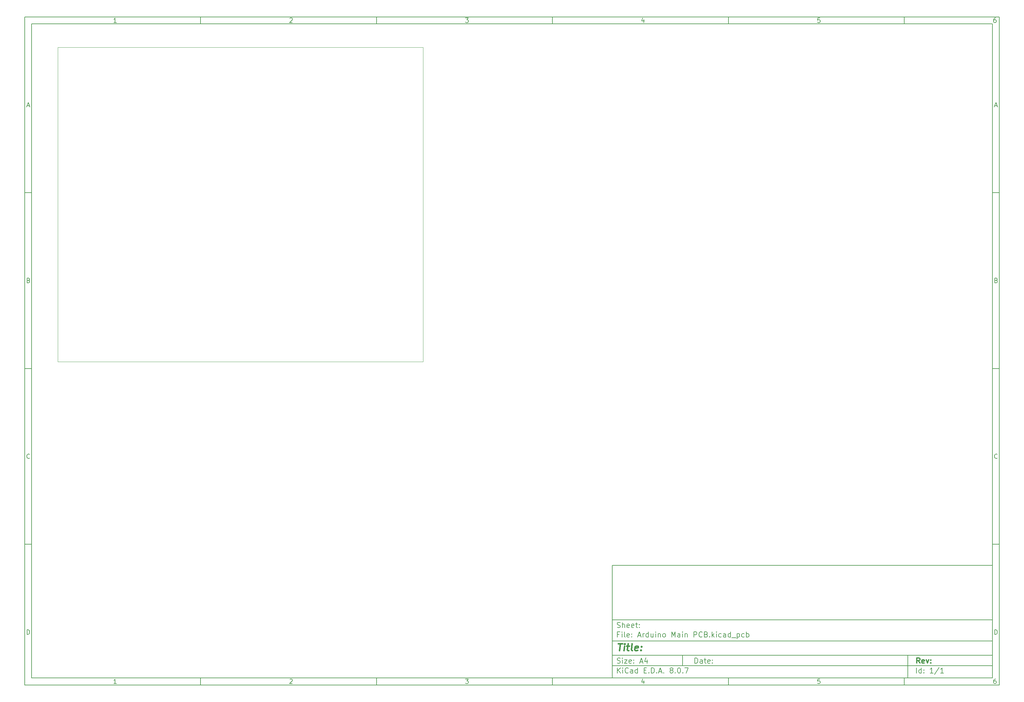
<source format=gbr>
%TF.GenerationSoftware,KiCad,Pcbnew,8.0.7*%
%TF.CreationDate,2025-01-10T14:26:24+01:00*%
%TF.ProjectId,Arduino Main PCB,41726475-696e-46f2-904d-61696e205043,rev?*%
%TF.SameCoordinates,Original*%
%TF.FileFunction,Profile,NP*%
%FSLAX46Y46*%
G04 Gerber Fmt 4.6, Leading zero omitted, Abs format (unit mm)*
G04 Created by KiCad (PCBNEW 8.0.7) date 2025-01-10 14:26:24*
%MOMM*%
%LPD*%
G01*
G04 APERTURE LIST*
%ADD10C,0.100000*%
%ADD11C,0.150000*%
%ADD12C,0.300000*%
%ADD13C,0.400000*%
%TA.AperFunction,Profile*%
%ADD14C,0.050000*%
%TD*%
G04 APERTURE END LIST*
D10*
D11*
X177002200Y-166007200D02*
X285002200Y-166007200D01*
X285002200Y-198007200D01*
X177002200Y-198007200D01*
X177002200Y-166007200D01*
D10*
D11*
X10000000Y-10000000D02*
X287002200Y-10000000D01*
X287002200Y-200007200D01*
X10000000Y-200007200D01*
X10000000Y-10000000D01*
D10*
D11*
X12000000Y-12000000D02*
X285002200Y-12000000D01*
X285002200Y-198007200D01*
X12000000Y-198007200D01*
X12000000Y-12000000D01*
D10*
D11*
X60000000Y-12000000D02*
X60000000Y-10000000D01*
D10*
D11*
X110000000Y-12000000D02*
X110000000Y-10000000D01*
D10*
D11*
X160000000Y-12000000D02*
X160000000Y-10000000D01*
D10*
D11*
X210000000Y-12000000D02*
X210000000Y-10000000D01*
D10*
D11*
X260000000Y-12000000D02*
X260000000Y-10000000D01*
D10*
D11*
X36089160Y-11593604D02*
X35346303Y-11593604D01*
X35717731Y-11593604D02*
X35717731Y-10293604D01*
X35717731Y-10293604D02*
X35593922Y-10479319D01*
X35593922Y-10479319D02*
X35470112Y-10603128D01*
X35470112Y-10603128D02*
X35346303Y-10665033D01*
D10*
D11*
X85346303Y-10417414D02*
X85408207Y-10355509D01*
X85408207Y-10355509D02*
X85532017Y-10293604D01*
X85532017Y-10293604D02*
X85841541Y-10293604D01*
X85841541Y-10293604D02*
X85965350Y-10355509D01*
X85965350Y-10355509D02*
X86027255Y-10417414D01*
X86027255Y-10417414D02*
X86089160Y-10541223D01*
X86089160Y-10541223D02*
X86089160Y-10665033D01*
X86089160Y-10665033D02*
X86027255Y-10850747D01*
X86027255Y-10850747D02*
X85284398Y-11593604D01*
X85284398Y-11593604D02*
X86089160Y-11593604D01*
D10*
D11*
X135284398Y-10293604D02*
X136089160Y-10293604D01*
X136089160Y-10293604D02*
X135655826Y-10788842D01*
X135655826Y-10788842D02*
X135841541Y-10788842D01*
X135841541Y-10788842D02*
X135965350Y-10850747D01*
X135965350Y-10850747D02*
X136027255Y-10912652D01*
X136027255Y-10912652D02*
X136089160Y-11036461D01*
X136089160Y-11036461D02*
X136089160Y-11345985D01*
X136089160Y-11345985D02*
X136027255Y-11469795D01*
X136027255Y-11469795D02*
X135965350Y-11531700D01*
X135965350Y-11531700D02*
X135841541Y-11593604D01*
X135841541Y-11593604D02*
X135470112Y-11593604D01*
X135470112Y-11593604D02*
X135346303Y-11531700D01*
X135346303Y-11531700D02*
X135284398Y-11469795D01*
D10*
D11*
X185965350Y-10726938D02*
X185965350Y-11593604D01*
X185655826Y-10231700D02*
X185346303Y-11160271D01*
X185346303Y-11160271D02*
X186151064Y-11160271D01*
D10*
D11*
X236027255Y-10293604D02*
X235408207Y-10293604D01*
X235408207Y-10293604D02*
X235346303Y-10912652D01*
X235346303Y-10912652D02*
X235408207Y-10850747D01*
X235408207Y-10850747D02*
X235532017Y-10788842D01*
X235532017Y-10788842D02*
X235841541Y-10788842D01*
X235841541Y-10788842D02*
X235965350Y-10850747D01*
X235965350Y-10850747D02*
X236027255Y-10912652D01*
X236027255Y-10912652D02*
X236089160Y-11036461D01*
X236089160Y-11036461D02*
X236089160Y-11345985D01*
X236089160Y-11345985D02*
X236027255Y-11469795D01*
X236027255Y-11469795D02*
X235965350Y-11531700D01*
X235965350Y-11531700D02*
X235841541Y-11593604D01*
X235841541Y-11593604D02*
X235532017Y-11593604D01*
X235532017Y-11593604D02*
X235408207Y-11531700D01*
X235408207Y-11531700D02*
X235346303Y-11469795D01*
D10*
D11*
X285965350Y-10293604D02*
X285717731Y-10293604D01*
X285717731Y-10293604D02*
X285593922Y-10355509D01*
X285593922Y-10355509D02*
X285532017Y-10417414D01*
X285532017Y-10417414D02*
X285408207Y-10603128D01*
X285408207Y-10603128D02*
X285346303Y-10850747D01*
X285346303Y-10850747D02*
X285346303Y-11345985D01*
X285346303Y-11345985D02*
X285408207Y-11469795D01*
X285408207Y-11469795D02*
X285470112Y-11531700D01*
X285470112Y-11531700D02*
X285593922Y-11593604D01*
X285593922Y-11593604D02*
X285841541Y-11593604D01*
X285841541Y-11593604D02*
X285965350Y-11531700D01*
X285965350Y-11531700D02*
X286027255Y-11469795D01*
X286027255Y-11469795D02*
X286089160Y-11345985D01*
X286089160Y-11345985D02*
X286089160Y-11036461D01*
X286089160Y-11036461D02*
X286027255Y-10912652D01*
X286027255Y-10912652D02*
X285965350Y-10850747D01*
X285965350Y-10850747D02*
X285841541Y-10788842D01*
X285841541Y-10788842D02*
X285593922Y-10788842D01*
X285593922Y-10788842D02*
X285470112Y-10850747D01*
X285470112Y-10850747D02*
X285408207Y-10912652D01*
X285408207Y-10912652D02*
X285346303Y-11036461D01*
D10*
D11*
X60000000Y-198007200D02*
X60000000Y-200007200D01*
D10*
D11*
X110000000Y-198007200D02*
X110000000Y-200007200D01*
D10*
D11*
X160000000Y-198007200D02*
X160000000Y-200007200D01*
D10*
D11*
X210000000Y-198007200D02*
X210000000Y-200007200D01*
D10*
D11*
X260000000Y-198007200D02*
X260000000Y-200007200D01*
D10*
D11*
X36089160Y-199600804D02*
X35346303Y-199600804D01*
X35717731Y-199600804D02*
X35717731Y-198300804D01*
X35717731Y-198300804D02*
X35593922Y-198486519D01*
X35593922Y-198486519D02*
X35470112Y-198610328D01*
X35470112Y-198610328D02*
X35346303Y-198672233D01*
D10*
D11*
X85346303Y-198424614D02*
X85408207Y-198362709D01*
X85408207Y-198362709D02*
X85532017Y-198300804D01*
X85532017Y-198300804D02*
X85841541Y-198300804D01*
X85841541Y-198300804D02*
X85965350Y-198362709D01*
X85965350Y-198362709D02*
X86027255Y-198424614D01*
X86027255Y-198424614D02*
X86089160Y-198548423D01*
X86089160Y-198548423D02*
X86089160Y-198672233D01*
X86089160Y-198672233D02*
X86027255Y-198857947D01*
X86027255Y-198857947D02*
X85284398Y-199600804D01*
X85284398Y-199600804D02*
X86089160Y-199600804D01*
D10*
D11*
X135284398Y-198300804D02*
X136089160Y-198300804D01*
X136089160Y-198300804D02*
X135655826Y-198796042D01*
X135655826Y-198796042D02*
X135841541Y-198796042D01*
X135841541Y-198796042D02*
X135965350Y-198857947D01*
X135965350Y-198857947D02*
X136027255Y-198919852D01*
X136027255Y-198919852D02*
X136089160Y-199043661D01*
X136089160Y-199043661D02*
X136089160Y-199353185D01*
X136089160Y-199353185D02*
X136027255Y-199476995D01*
X136027255Y-199476995D02*
X135965350Y-199538900D01*
X135965350Y-199538900D02*
X135841541Y-199600804D01*
X135841541Y-199600804D02*
X135470112Y-199600804D01*
X135470112Y-199600804D02*
X135346303Y-199538900D01*
X135346303Y-199538900D02*
X135284398Y-199476995D01*
D10*
D11*
X185965350Y-198734138D02*
X185965350Y-199600804D01*
X185655826Y-198238900D02*
X185346303Y-199167471D01*
X185346303Y-199167471D02*
X186151064Y-199167471D01*
D10*
D11*
X236027255Y-198300804D02*
X235408207Y-198300804D01*
X235408207Y-198300804D02*
X235346303Y-198919852D01*
X235346303Y-198919852D02*
X235408207Y-198857947D01*
X235408207Y-198857947D02*
X235532017Y-198796042D01*
X235532017Y-198796042D02*
X235841541Y-198796042D01*
X235841541Y-198796042D02*
X235965350Y-198857947D01*
X235965350Y-198857947D02*
X236027255Y-198919852D01*
X236027255Y-198919852D02*
X236089160Y-199043661D01*
X236089160Y-199043661D02*
X236089160Y-199353185D01*
X236089160Y-199353185D02*
X236027255Y-199476995D01*
X236027255Y-199476995D02*
X235965350Y-199538900D01*
X235965350Y-199538900D02*
X235841541Y-199600804D01*
X235841541Y-199600804D02*
X235532017Y-199600804D01*
X235532017Y-199600804D02*
X235408207Y-199538900D01*
X235408207Y-199538900D02*
X235346303Y-199476995D01*
D10*
D11*
X285965350Y-198300804D02*
X285717731Y-198300804D01*
X285717731Y-198300804D02*
X285593922Y-198362709D01*
X285593922Y-198362709D02*
X285532017Y-198424614D01*
X285532017Y-198424614D02*
X285408207Y-198610328D01*
X285408207Y-198610328D02*
X285346303Y-198857947D01*
X285346303Y-198857947D02*
X285346303Y-199353185D01*
X285346303Y-199353185D02*
X285408207Y-199476995D01*
X285408207Y-199476995D02*
X285470112Y-199538900D01*
X285470112Y-199538900D02*
X285593922Y-199600804D01*
X285593922Y-199600804D02*
X285841541Y-199600804D01*
X285841541Y-199600804D02*
X285965350Y-199538900D01*
X285965350Y-199538900D02*
X286027255Y-199476995D01*
X286027255Y-199476995D02*
X286089160Y-199353185D01*
X286089160Y-199353185D02*
X286089160Y-199043661D01*
X286089160Y-199043661D02*
X286027255Y-198919852D01*
X286027255Y-198919852D02*
X285965350Y-198857947D01*
X285965350Y-198857947D02*
X285841541Y-198796042D01*
X285841541Y-198796042D02*
X285593922Y-198796042D01*
X285593922Y-198796042D02*
X285470112Y-198857947D01*
X285470112Y-198857947D02*
X285408207Y-198919852D01*
X285408207Y-198919852D02*
X285346303Y-199043661D01*
D10*
D11*
X10000000Y-60000000D02*
X12000000Y-60000000D01*
D10*
D11*
X10000000Y-110000000D02*
X12000000Y-110000000D01*
D10*
D11*
X10000000Y-160000000D02*
X12000000Y-160000000D01*
D10*
D11*
X10690476Y-35222176D02*
X11309523Y-35222176D01*
X10566666Y-35593604D02*
X10999999Y-34293604D01*
X10999999Y-34293604D02*
X11433333Y-35593604D01*
D10*
D11*
X11092857Y-84912652D02*
X11278571Y-84974557D01*
X11278571Y-84974557D02*
X11340476Y-85036461D01*
X11340476Y-85036461D02*
X11402380Y-85160271D01*
X11402380Y-85160271D02*
X11402380Y-85345985D01*
X11402380Y-85345985D02*
X11340476Y-85469795D01*
X11340476Y-85469795D02*
X11278571Y-85531700D01*
X11278571Y-85531700D02*
X11154761Y-85593604D01*
X11154761Y-85593604D02*
X10659523Y-85593604D01*
X10659523Y-85593604D02*
X10659523Y-84293604D01*
X10659523Y-84293604D02*
X11092857Y-84293604D01*
X11092857Y-84293604D02*
X11216666Y-84355509D01*
X11216666Y-84355509D02*
X11278571Y-84417414D01*
X11278571Y-84417414D02*
X11340476Y-84541223D01*
X11340476Y-84541223D02*
X11340476Y-84665033D01*
X11340476Y-84665033D02*
X11278571Y-84788842D01*
X11278571Y-84788842D02*
X11216666Y-84850747D01*
X11216666Y-84850747D02*
X11092857Y-84912652D01*
X11092857Y-84912652D02*
X10659523Y-84912652D01*
D10*
D11*
X11402380Y-135469795D02*
X11340476Y-135531700D01*
X11340476Y-135531700D02*
X11154761Y-135593604D01*
X11154761Y-135593604D02*
X11030952Y-135593604D01*
X11030952Y-135593604D02*
X10845238Y-135531700D01*
X10845238Y-135531700D02*
X10721428Y-135407890D01*
X10721428Y-135407890D02*
X10659523Y-135284080D01*
X10659523Y-135284080D02*
X10597619Y-135036461D01*
X10597619Y-135036461D02*
X10597619Y-134850747D01*
X10597619Y-134850747D02*
X10659523Y-134603128D01*
X10659523Y-134603128D02*
X10721428Y-134479319D01*
X10721428Y-134479319D02*
X10845238Y-134355509D01*
X10845238Y-134355509D02*
X11030952Y-134293604D01*
X11030952Y-134293604D02*
X11154761Y-134293604D01*
X11154761Y-134293604D02*
X11340476Y-134355509D01*
X11340476Y-134355509D02*
X11402380Y-134417414D01*
D10*
D11*
X10659523Y-185593604D02*
X10659523Y-184293604D01*
X10659523Y-184293604D02*
X10969047Y-184293604D01*
X10969047Y-184293604D02*
X11154761Y-184355509D01*
X11154761Y-184355509D02*
X11278571Y-184479319D01*
X11278571Y-184479319D02*
X11340476Y-184603128D01*
X11340476Y-184603128D02*
X11402380Y-184850747D01*
X11402380Y-184850747D02*
X11402380Y-185036461D01*
X11402380Y-185036461D02*
X11340476Y-185284080D01*
X11340476Y-185284080D02*
X11278571Y-185407890D01*
X11278571Y-185407890D02*
X11154761Y-185531700D01*
X11154761Y-185531700D02*
X10969047Y-185593604D01*
X10969047Y-185593604D02*
X10659523Y-185593604D01*
D10*
D11*
X287002200Y-60000000D02*
X285002200Y-60000000D01*
D10*
D11*
X287002200Y-110000000D02*
X285002200Y-110000000D01*
D10*
D11*
X287002200Y-160000000D02*
X285002200Y-160000000D01*
D10*
D11*
X285692676Y-35222176D02*
X286311723Y-35222176D01*
X285568866Y-35593604D02*
X286002199Y-34293604D01*
X286002199Y-34293604D02*
X286435533Y-35593604D01*
D10*
D11*
X286095057Y-84912652D02*
X286280771Y-84974557D01*
X286280771Y-84974557D02*
X286342676Y-85036461D01*
X286342676Y-85036461D02*
X286404580Y-85160271D01*
X286404580Y-85160271D02*
X286404580Y-85345985D01*
X286404580Y-85345985D02*
X286342676Y-85469795D01*
X286342676Y-85469795D02*
X286280771Y-85531700D01*
X286280771Y-85531700D02*
X286156961Y-85593604D01*
X286156961Y-85593604D02*
X285661723Y-85593604D01*
X285661723Y-85593604D02*
X285661723Y-84293604D01*
X285661723Y-84293604D02*
X286095057Y-84293604D01*
X286095057Y-84293604D02*
X286218866Y-84355509D01*
X286218866Y-84355509D02*
X286280771Y-84417414D01*
X286280771Y-84417414D02*
X286342676Y-84541223D01*
X286342676Y-84541223D02*
X286342676Y-84665033D01*
X286342676Y-84665033D02*
X286280771Y-84788842D01*
X286280771Y-84788842D02*
X286218866Y-84850747D01*
X286218866Y-84850747D02*
X286095057Y-84912652D01*
X286095057Y-84912652D02*
X285661723Y-84912652D01*
D10*
D11*
X286404580Y-135469795D02*
X286342676Y-135531700D01*
X286342676Y-135531700D02*
X286156961Y-135593604D01*
X286156961Y-135593604D02*
X286033152Y-135593604D01*
X286033152Y-135593604D02*
X285847438Y-135531700D01*
X285847438Y-135531700D02*
X285723628Y-135407890D01*
X285723628Y-135407890D02*
X285661723Y-135284080D01*
X285661723Y-135284080D02*
X285599819Y-135036461D01*
X285599819Y-135036461D02*
X285599819Y-134850747D01*
X285599819Y-134850747D02*
X285661723Y-134603128D01*
X285661723Y-134603128D02*
X285723628Y-134479319D01*
X285723628Y-134479319D02*
X285847438Y-134355509D01*
X285847438Y-134355509D02*
X286033152Y-134293604D01*
X286033152Y-134293604D02*
X286156961Y-134293604D01*
X286156961Y-134293604D02*
X286342676Y-134355509D01*
X286342676Y-134355509D02*
X286404580Y-134417414D01*
D10*
D11*
X285661723Y-185593604D02*
X285661723Y-184293604D01*
X285661723Y-184293604D02*
X285971247Y-184293604D01*
X285971247Y-184293604D02*
X286156961Y-184355509D01*
X286156961Y-184355509D02*
X286280771Y-184479319D01*
X286280771Y-184479319D02*
X286342676Y-184603128D01*
X286342676Y-184603128D02*
X286404580Y-184850747D01*
X286404580Y-184850747D02*
X286404580Y-185036461D01*
X286404580Y-185036461D02*
X286342676Y-185284080D01*
X286342676Y-185284080D02*
X286280771Y-185407890D01*
X286280771Y-185407890D02*
X286156961Y-185531700D01*
X286156961Y-185531700D02*
X285971247Y-185593604D01*
X285971247Y-185593604D02*
X285661723Y-185593604D01*
D10*
D11*
X200458026Y-193793328D02*
X200458026Y-192293328D01*
X200458026Y-192293328D02*
X200815169Y-192293328D01*
X200815169Y-192293328D02*
X201029455Y-192364757D01*
X201029455Y-192364757D02*
X201172312Y-192507614D01*
X201172312Y-192507614D02*
X201243741Y-192650471D01*
X201243741Y-192650471D02*
X201315169Y-192936185D01*
X201315169Y-192936185D02*
X201315169Y-193150471D01*
X201315169Y-193150471D02*
X201243741Y-193436185D01*
X201243741Y-193436185D02*
X201172312Y-193579042D01*
X201172312Y-193579042D02*
X201029455Y-193721900D01*
X201029455Y-193721900D02*
X200815169Y-193793328D01*
X200815169Y-193793328D02*
X200458026Y-193793328D01*
X202600884Y-193793328D02*
X202600884Y-193007614D01*
X202600884Y-193007614D02*
X202529455Y-192864757D01*
X202529455Y-192864757D02*
X202386598Y-192793328D01*
X202386598Y-192793328D02*
X202100884Y-192793328D01*
X202100884Y-192793328D02*
X201958026Y-192864757D01*
X202600884Y-193721900D02*
X202458026Y-193793328D01*
X202458026Y-193793328D02*
X202100884Y-193793328D01*
X202100884Y-193793328D02*
X201958026Y-193721900D01*
X201958026Y-193721900D02*
X201886598Y-193579042D01*
X201886598Y-193579042D02*
X201886598Y-193436185D01*
X201886598Y-193436185D02*
X201958026Y-193293328D01*
X201958026Y-193293328D02*
X202100884Y-193221900D01*
X202100884Y-193221900D02*
X202458026Y-193221900D01*
X202458026Y-193221900D02*
X202600884Y-193150471D01*
X203100884Y-192793328D02*
X203672312Y-192793328D01*
X203315169Y-192293328D02*
X203315169Y-193579042D01*
X203315169Y-193579042D02*
X203386598Y-193721900D01*
X203386598Y-193721900D02*
X203529455Y-193793328D01*
X203529455Y-193793328D02*
X203672312Y-193793328D01*
X204743741Y-193721900D02*
X204600884Y-193793328D01*
X204600884Y-193793328D02*
X204315170Y-193793328D01*
X204315170Y-193793328D02*
X204172312Y-193721900D01*
X204172312Y-193721900D02*
X204100884Y-193579042D01*
X204100884Y-193579042D02*
X204100884Y-193007614D01*
X204100884Y-193007614D02*
X204172312Y-192864757D01*
X204172312Y-192864757D02*
X204315170Y-192793328D01*
X204315170Y-192793328D02*
X204600884Y-192793328D01*
X204600884Y-192793328D02*
X204743741Y-192864757D01*
X204743741Y-192864757D02*
X204815170Y-193007614D01*
X204815170Y-193007614D02*
X204815170Y-193150471D01*
X204815170Y-193150471D02*
X204100884Y-193293328D01*
X205458026Y-193650471D02*
X205529455Y-193721900D01*
X205529455Y-193721900D02*
X205458026Y-193793328D01*
X205458026Y-193793328D02*
X205386598Y-193721900D01*
X205386598Y-193721900D02*
X205458026Y-193650471D01*
X205458026Y-193650471D02*
X205458026Y-193793328D01*
X205458026Y-192864757D02*
X205529455Y-192936185D01*
X205529455Y-192936185D02*
X205458026Y-193007614D01*
X205458026Y-193007614D02*
X205386598Y-192936185D01*
X205386598Y-192936185D02*
X205458026Y-192864757D01*
X205458026Y-192864757D02*
X205458026Y-193007614D01*
D10*
D11*
X177002200Y-194507200D02*
X285002200Y-194507200D01*
D10*
D11*
X178458026Y-196593328D02*
X178458026Y-195093328D01*
X179315169Y-196593328D02*
X178672312Y-195736185D01*
X179315169Y-195093328D02*
X178458026Y-195950471D01*
X179958026Y-196593328D02*
X179958026Y-195593328D01*
X179958026Y-195093328D02*
X179886598Y-195164757D01*
X179886598Y-195164757D02*
X179958026Y-195236185D01*
X179958026Y-195236185D02*
X180029455Y-195164757D01*
X180029455Y-195164757D02*
X179958026Y-195093328D01*
X179958026Y-195093328D02*
X179958026Y-195236185D01*
X181529455Y-196450471D02*
X181458027Y-196521900D01*
X181458027Y-196521900D02*
X181243741Y-196593328D01*
X181243741Y-196593328D02*
X181100884Y-196593328D01*
X181100884Y-196593328D02*
X180886598Y-196521900D01*
X180886598Y-196521900D02*
X180743741Y-196379042D01*
X180743741Y-196379042D02*
X180672312Y-196236185D01*
X180672312Y-196236185D02*
X180600884Y-195950471D01*
X180600884Y-195950471D02*
X180600884Y-195736185D01*
X180600884Y-195736185D02*
X180672312Y-195450471D01*
X180672312Y-195450471D02*
X180743741Y-195307614D01*
X180743741Y-195307614D02*
X180886598Y-195164757D01*
X180886598Y-195164757D02*
X181100884Y-195093328D01*
X181100884Y-195093328D02*
X181243741Y-195093328D01*
X181243741Y-195093328D02*
X181458027Y-195164757D01*
X181458027Y-195164757D02*
X181529455Y-195236185D01*
X182815170Y-196593328D02*
X182815170Y-195807614D01*
X182815170Y-195807614D02*
X182743741Y-195664757D01*
X182743741Y-195664757D02*
X182600884Y-195593328D01*
X182600884Y-195593328D02*
X182315170Y-195593328D01*
X182315170Y-195593328D02*
X182172312Y-195664757D01*
X182815170Y-196521900D02*
X182672312Y-196593328D01*
X182672312Y-196593328D02*
X182315170Y-196593328D01*
X182315170Y-196593328D02*
X182172312Y-196521900D01*
X182172312Y-196521900D02*
X182100884Y-196379042D01*
X182100884Y-196379042D02*
X182100884Y-196236185D01*
X182100884Y-196236185D02*
X182172312Y-196093328D01*
X182172312Y-196093328D02*
X182315170Y-196021900D01*
X182315170Y-196021900D02*
X182672312Y-196021900D01*
X182672312Y-196021900D02*
X182815170Y-195950471D01*
X184172313Y-196593328D02*
X184172313Y-195093328D01*
X184172313Y-196521900D02*
X184029455Y-196593328D01*
X184029455Y-196593328D02*
X183743741Y-196593328D01*
X183743741Y-196593328D02*
X183600884Y-196521900D01*
X183600884Y-196521900D02*
X183529455Y-196450471D01*
X183529455Y-196450471D02*
X183458027Y-196307614D01*
X183458027Y-196307614D02*
X183458027Y-195879042D01*
X183458027Y-195879042D02*
X183529455Y-195736185D01*
X183529455Y-195736185D02*
X183600884Y-195664757D01*
X183600884Y-195664757D02*
X183743741Y-195593328D01*
X183743741Y-195593328D02*
X184029455Y-195593328D01*
X184029455Y-195593328D02*
X184172313Y-195664757D01*
X186029455Y-195807614D02*
X186529455Y-195807614D01*
X186743741Y-196593328D02*
X186029455Y-196593328D01*
X186029455Y-196593328D02*
X186029455Y-195093328D01*
X186029455Y-195093328D02*
X186743741Y-195093328D01*
X187386598Y-196450471D02*
X187458027Y-196521900D01*
X187458027Y-196521900D02*
X187386598Y-196593328D01*
X187386598Y-196593328D02*
X187315170Y-196521900D01*
X187315170Y-196521900D02*
X187386598Y-196450471D01*
X187386598Y-196450471D02*
X187386598Y-196593328D01*
X188100884Y-196593328D02*
X188100884Y-195093328D01*
X188100884Y-195093328D02*
X188458027Y-195093328D01*
X188458027Y-195093328D02*
X188672313Y-195164757D01*
X188672313Y-195164757D02*
X188815170Y-195307614D01*
X188815170Y-195307614D02*
X188886599Y-195450471D01*
X188886599Y-195450471D02*
X188958027Y-195736185D01*
X188958027Y-195736185D02*
X188958027Y-195950471D01*
X188958027Y-195950471D02*
X188886599Y-196236185D01*
X188886599Y-196236185D02*
X188815170Y-196379042D01*
X188815170Y-196379042D02*
X188672313Y-196521900D01*
X188672313Y-196521900D02*
X188458027Y-196593328D01*
X188458027Y-196593328D02*
X188100884Y-196593328D01*
X189600884Y-196450471D02*
X189672313Y-196521900D01*
X189672313Y-196521900D02*
X189600884Y-196593328D01*
X189600884Y-196593328D02*
X189529456Y-196521900D01*
X189529456Y-196521900D02*
X189600884Y-196450471D01*
X189600884Y-196450471D02*
X189600884Y-196593328D01*
X190243742Y-196164757D02*
X190958028Y-196164757D01*
X190100885Y-196593328D02*
X190600885Y-195093328D01*
X190600885Y-195093328D02*
X191100885Y-196593328D01*
X191600884Y-196450471D02*
X191672313Y-196521900D01*
X191672313Y-196521900D02*
X191600884Y-196593328D01*
X191600884Y-196593328D02*
X191529456Y-196521900D01*
X191529456Y-196521900D02*
X191600884Y-196450471D01*
X191600884Y-196450471D02*
X191600884Y-196593328D01*
X193672313Y-195736185D02*
X193529456Y-195664757D01*
X193529456Y-195664757D02*
X193458027Y-195593328D01*
X193458027Y-195593328D02*
X193386599Y-195450471D01*
X193386599Y-195450471D02*
X193386599Y-195379042D01*
X193386599Y-195379042D02*
X193458027Y-195236185D01*
X193458027Y-195236185D02*
X193529456Y-195164757D01*
X193529456Y-195164757D02*
X193672313Y-195093328D01*
X193672313Y-195093328D02*
X193958027Y-195093328D01*
X193958027Y-195093328D02*
X194100885Y-195164757D01*
X194100885Y-195164757D02*
X194172313Y-195236185D01*
X194172313Y-195236185D02*
X194243742Y-195379042D01*
X194243742Y-195379042D02*
X194243742Y-195450471D01*
X194243742Y-195450471D02*
X194172313Y-195593328D01*
X194172313Y-195593328D02*
X194100885Y-195664757D01*
X194100885Y-195664757D02*
X193958027Y-195736185D01*
X193958027Y-195736185D02*
X193672313Y-195736185D01*
X193672313Y-195736185D02*
X193529456Y-195807614D01*
X193529456Y-195807614D02*
X193458027Y-195879042D01*
X193458027Y-195879042D02*
X193386599Y-196021900D01*
X193386599Y-196021900D02*
X193386599Y-196307614D01*
X193386599Y-196307614D02*
X193458027Y-196450471D01*
X193458027Y-196450471D02*
X193529456Y-196521900D01*
X193529456Y-196521900D02*
X193672313Y-196593328D01*
X193672313Y-196593328D02*
X193958027Y-196593328D01*
X193958027Y-196593328D02*
X194100885Y-196521900D01*
X194100885Y-196521900D02*
X194172313Y-196450471D01*
X194172313Y-196450471D02*
X194243742Y-196307614D01*
X194243742Y-196307614D02*
X194243742Y-196021900D01*
X194243742Y-196021900D02*
X194172313Y-195879042D01*
X194172313Y-195879042D02*
X194100885Y-195807614D01*
X194100885Y-195807614D02*
X193958027Y-195736185D01*
X194886598Y-196450471D02*
X194958027Y-196521900D01*
X194958027Y-196521900D02*
X194886598Y-196593328D01*
X194886598Y-196593328D02*
X194815170Y-196521900D01*
X194815170Y-196521900D02*
X194886598Y-196450471D01*
X194886598Y-196450471D02*
X194886598Y-196593328D01*
X195886599Y-195093328D02*
X196029456Y-195093328D01*
X196029456Y-195093328D02*
X196172313Y-195164757D01*
X196172313Y-195164757D02*
X196243742Y-195236185D01*
X196243742Y-195236185D02*
X196315170Y-195379042D01*
X196315170Y-195379042D02*
X196386599Y-195664757D01*
X196386599Y-195664757D02*
X196386599Y-196021900D01*
X196386599Y-196021900D02*
X196315170Y-196307614D01*
X196315170Y-196307614D02*
X196243742Y-196450471D01*
X196243742Y-196450471D02*
X196172313Y-196521900D01*
X196172313Y-196521900D02*
X196029456Y-196593328D01*
X196029456Y-196593328D02*
X195886599Y-196593328D01*
X195886599Y-196593328D02*
X195743742Y-196521900D01*
X195743742Y-196521900D02*
X195672313Y-196450471D01*
X195672313Y-196450471D02*
X195600884Y-196307614D01*
X195600884Y-196307614D02*
X195529456Y-196021900D01*
X195529456Y-196021900D02*
X195529456Y-195664757D01*
X195529456Y-195664757D02*
X195600884Y-195379042D01*
X195600884Y-195379042D02*
X195672313Y-195236185D01*
X195672313Y-195236185D02*
X195743742Y-195164757D01*
X195743742Y-195164757D02*
X195886599Y-195093328D01*
X197029455Y-196450471D02*
X197100884Y-196521900D01*
X197100884Y-196521900D02*
X197029455Y-196593328D01*
X197029455Y-196593328D02*
X196958027Y-196521900D01*
X196958027Y-196521900D02*
X197029455Y-196450471D01*
X197029455Y-196450471D02*
X197029455Y-196593328D01*
X197600884Y-195093328D02*
X198600884Y-195093328D01*
X198600884Y-195093328D02*
X197958027Y-196593328D01*
D10*
D11*
X177002200Y-191507200D02*
X285002200Y-191507200D01*
D10*
D12*
X264413853Y-193785528D02*
X263913853Y-193071242D01*
X263556710Y-193785528D02*
X263556710Y-192285528D01*
X263556710Y-192285528D02*
X264128139Y-192285528D01*
X264128139Y-192285528D02*
X264270996Y-192356957D01*
X264270996Y-192356957D02*
X264342425Y-192428385D01*
X264342425Y-192428385D02*
X264413853Y-192571242D01*
X264413853Y-192571242D02*
X264413853Y-192785528D01*
X264413853Y-192785528D02*
X264342425Y-192928385D01*
X264342425Y-192928385D02*
X264270996Y-192999814D01*
X264270996Y-192999814D02*
X264128139Y-193071242D01*
X264128139Y-193071242D02*
X263556710Y-193071242D01*
X265628139Y-193714100D02*
X265485282Y-193785528D01*
X265485282Y-193785528D02*
X265199568Y-193785528D01*
X265199568Y-193785528D02*
X265056710Y-193714100D01*
X265056710Y-193714100D02*
X264985282Y-193571242D01*
X264985282Y-193571242D02*
X264985282Y-192999814D01*
X264985282Y-192999814D02*
X265056710Y-192856957D01*
X265056710Y-192856957D02*
X265199568Y-192785528D01*
X265199568Y-192785528D02*
X265485282Y-192785528D01*
X265485282Y-192785528D02*
X265628139Y-192856957D01*
X265628139Y-192856957D02*
X265699568Y-192999814D01*
X265699568Y-192999814D02*
X265699568Y-193142671D01*
X265699568Y-193142671D02*
X264985282Y-193285528D01*
X266199567Y-192785528D02*
X266556710Y-193785528D01*
X266556710Y-193785528D02*
X266913853Y-192785528D01*
X267485281Y-193642671D02*
X267556710Y-193714100D01*
X267556710Y-193714100D02*
X267485281Y-193785528D01*
X267485281Y-193785528D02*
X267413853Y-193714100D01*
X267413853Y-193714100D02*
X267485281Y-193642671D01*
X267485281Y-193642671D02*
X267485281Y-193785528D01*
X267485281Y-192856957D02*
X267556710Y-192928385D01*
X267556710Y-192928385D02*
X267485281Y-192999814D01*
X267485281Y-192999814D02*
X267413853Y-192928385D01*
X267413853Y-192928385D02*
X267485281Y-192856957D01*
X267485281Y-192856957D02*
X267485281Y-192999814D01*
D10*
D11*
X178386598Y-193721900D02*
X178600884Y-193793328D01*
X178600884Y-193793328D02*
X178958026Y-193793328D01*
X178958026Y-193793328D02*
X179100884Y-193721900D01*
X179100884Y-193721900D02*
X179172312Y-193650471D01*
X179172312Y-193650471D02*
X179243741Y-193507614D01*
X179243741Y-193507614D02*
X179243741Y-193364757D01*
X179243741Y-193364757D02*
X179172312Y-193221900D01*
X179172312Y-193221900D02*
X179100884Y-193150471D01*
X179100884Y-193150471D02*
X178958026Y-193079042D01*
X178958026Y-193079042D02*
X178672312Y-193007614D01*
X178672312Y-193007614D02*
X178529455Y-192936185D01*
X178529455Y-192936185D02*
X178458026Y-192864757D01*
X178458026Y-192864757D02*
X178386598Y-192721900D01*
X178386598Y-192721900D02*
X178386598Y-192579042D01*
X178386598Y-192579042D02*
X178458026Y-192436185D01*
X178458026Y-192436185D02*
X178529455Y-192364757D01*
X178529455Y-192364757D02*
X178672312Y-192293328D01*
X178672312Y-192293328D02*
X179029455Y-192293328D01*
X179029455Y-192293328D02*
X179243741Y-192364757D01*
X179886597Y-193793328D02*
X179886597Y-192793328D01*
X179886597Y-192293328D02*
X179815169Y-192364757D01*
X179815169Y-192364757D02*
X179886597Y-192436185D01*
X179886597Y-192436185D02*
X179958026Y-192364757D01*
X179958026Y-192364757D02*
X179886597Y-192293328D01*
X179886597Y-192293328D02*
X179886597Y-192436185D01*
X180458026Y-192793328D02*
X181243741Y-192793328D01*
X181243741Y-192793328D02*
X180458026Y-193793328D01*
X180458026Y-193793328D02*
X181243741Y-193793328D01*
X182386598Y-193721900D02*
X182243741Y-193793328D01*
X182243741Y-193793328D02*
X181958027Y-193793328D01*
X181958027Y-193793328D02*
X181815169Y-193721900D01*
X181815169Y-193721900D02*
X181743741Y-193579042D01*
X181743741Y-193579042D02*
X181743741Y-193007614D01*
X181743741Y-193007614D02*
X181815169Y-192864757D01*
X181815169Y-192864757D02*
X181958027Y-192793328D01*
X181958027Y-192793328D02*
X182243741Y-192793328D01*
X182243741Y-192793328D02*
X182386598Y-192864757D01*
X182386598Y-192864757D02*
X182458027Y-193007614D01*
X182458027Y-193007614D02*
X182458027Y-193150471D01*
X182458027Y-193150471D02*
X181743741Y-193293328D01*
X183100883Y-193650471D02*
X183172312Y-193721900D01*
X183172312Y-193721900D02*
X183100883Y-193793328D01*
X183100883Y-193793328D02*
X183029455Y-193721900D01*
X183029455Y-193721900D02*
X183100883Y-193650471D01*
X183100883Y-193650471D02*
X183100883Y-193793328D01*
X183100883Y-192864757D02*
X183172312Y-192936185D01*
X183172312Y-192936185D02*
X183100883Y-193007614D01*
X183100883Y-193007614D02*
X183029455Y-192936185D01*
X183029455Y-192936185D02*
X183100883Y-192864757D01*
X183100883Y-192864757D02*
X183100883Y-193007614D01*
X184886598Y-193364757D02*
X185600884Y-193364757D01*
X184743741Y-193793328D02*
X185243741Y-192293328D01*
X185243741Y-192293328D02*
X185743741Y-193793328D01*
X186886598Y-192793328D02*
X186886598Y-193793328D01*
X186529455Y-192221900D02*
X186172312Y-193293328D01*
X186172312Y-193293328D02*
X187100883Y-193293328D01*
D10*
D11*
X263458026Y-196593328D02*
X263458026Y-195093328D01*
X264815170Y-196593328D02*
X264815170Y-195093328D01*
X264815170Y-196521900D02*
X264672312Y-196593328D01*
X264672312Y-196593328D02*
X264386598Y-196593328D01*
X264386598Y-196593328D02*
X264243741Y-196521900D01*
X264243741Y-196521900D02*
X264172312Y-196450471D01*
X264172312Y-196450471D02*
X264100884Y-196307614D01*
X264100884Y-196307614D02*
X264100884Y-195879042D01*
X264100884Y-195879042D02*
X264172312Y-195736185D01*
X264172312Y-195736185D02*
X264243741Y-195664757D01*
X264243741Y-195664757D02*
X264386598Y-195593328D01*
X264386598Y-195593328D02*
X264672312Y-195593328D01*
X264672312Y-195593328D02*
X264815170Y-195664757D01*
X265529455Y-196450471D02*
X265600884Y-196521900D01*
X265600884Y-196521900D02*
X265529455Y-196593328D01*
X265529455Y-196593328D02*
X265458027Y-196521900D01*
X265458027Y-196521900D02*
X265529455Y-196450471D01*
X265529455Y-196450471D02*
X265529455Y-196593328D01*
X265529455Y-195664757D02*
X265600884Y-195736185D01*
X265600884Y-195736185D02*
X265529455Y-195807614D01*
X265529455Y-195807614D02*
X265458027Y-195736185D01*
X265458027Y-195736185D02*
X265529455Y-195664757D01*
X265529455Y-195664757D02*
X265529455Y-195807614D01*
X268172313Y-196593328D02*
X267315170Y-196593328D01*
X267743741Y-196593328D02*
X267743741Y-195093328D01*
X267743741Y-195093328D02*
X267600884Y-195307614D01*
X267600884Y-195307614D02*
X267458027Y-195450471D01*
X267458027Y-195450471D02*
X267315170Y-195521900D01*
X269886598Y-195021900D02*
X268600884Y-196950471D01*
X271172313Y-196593328D02*
X270315170Y-196593328D01*
X270743741Y-196593328D02*
X270743741Y-195093328D01*
X270743741Y-195093328D02*
X270600884Y-195307614D01*
X270600884Y-195307614D02*
X270458027Y-195450471D01*
X270458027Y-195450471D02*
X270315170Y-195521900D01*
D10*
D11*
X177002200Y-187507200D02*
X285002200Y-187507200D01*
D10*
D13*
X178693928Y-188211638D02*
X179836785Y-188211638D01*
X179015357Y-190211638D02*
X179265357Y-188211638D01*
X180253452Y-190211638D02*
X180420119Y-188878304D01*
X180503452Y-188211638D02*
X180396309Y-188306876D01*
X180396309Y-188306876D02*
X180479643Y-188402114D01*
X180479643Y-188402114D02*
X180586786Y-188306876D01*
X180586786Y-188306876D02*
X180503452Y-188211638D01*
X180503452Y-188211638D02*
X180479643Y-188402114D01*
X181086786Y-188878304D02*
X181848690Y-188878304D01*
X181455833Y-188211638D02*
X181241548Y-189925923D01*
X181241548Y-189925923D02*
X181312976Y-190116400D01*
X181312976Y-190116400D02*
X181491548Y-190211638D01*
X181491548Y-190211638D02*
X181682024Y-190211638D01*
X182634405Y-190211638D02*
X182455833Y-190116400D01*
X182455833Y-190116400D02*
X182384405Y-189925923D01*
X182384405Y-189925923D02*
X182598690Y-188211638D01*
X184170119Y-190116400D02*
X183967738Y-190211638D01*
X183967738Y-190211638D02*
X183586785Y-190211638D01*
X183586785Y-190211638D02*
X183408214Y-190116400D01*
X183408214Y-190116400D02*
X183336785Y-189925923D01*
X183336785Y-189925923D02*
X183432024Y-189164019D01*
X183432024Y-189164019D02*
X183551071Y-188973542D01*
X183551071Y-188973542D02*
X183753452Y-188878304D01*
X183753452Y-188878304D02*
X184134404Y-188878304D01*
X184134404Y-188878304D02*
X184312976Y-188973542D01*
X184312976Y-188973542D02*
X184384404Y-189164019D01*
X184384404Y-189164019D02*
X184360595Y-189354495D01*
X184360595Y-189354495D02*
X183384404Y-189544971D01*
X185134405Y-190021161D02*
X185217738Y-190116400D01*
X185217738Y-190116400D02*
X185110595Y-190211638D01*
X185110595Y-190211638D02*
X185027262Y-190116400D01*
X185027262Y-190116400D02*
X185134405Y-190021161D01*
X185134405Y-190021161D02*
X185110595Y-190211638D01*
X185265357Y-188973542D02*
X185348690Y-189068780D01*
X185348690Y-189068780D02*
X185241548Y-189164019D01*
X185241548Y-189164019D02*
X185158214Y-189068780D01*
X185158214Y-189068780D02*
X185265357Y-188973542D01*
X185265357Y-188973542D02*
X185241548Y-189164019D01*
D10*
D11*
X178958026Y-185607614D02*
X178458026Y-185607614D01*
X178458026Y-186393328D02*
X178458026Y-184893328D01*
X178458026Y-184893328D02*
X179172312Y-184893328D01*
X179743740Y-186393328D02*
X179743740Y-185393328D01*
X179743740Y-184893328D02*
X179672312Y-184964757D01*
X179672312Y-184964757D02*
X179743740Y-185036185D01*
X179743740Y-185036185D02*
X179815169Y-184964757D01*
X179815169Y-184964757D02*
X179743740Y-184893328D01*
X179743740Y-184893328D02*
X179743740Y-185036185D01*
X180672312Y-186393328D02*
X180529455Y-186321900D01*
X180529455Y-186321900D02*
X180458026Y-186179042D01*
X180458026Y-186179042D02*
X180458026Y-184893328D01*
X181815169Y-186321900D02*
X181672312Y-186393328D01*
X181672312Y-186393328D02*
X181386598Y-186393328D01*
X181386598Y-186393328D02*
X181243740Y-186321900D01*
X181243740Y-186321900D02*
X181172312Y-186179042D01*
X181172312Y-186179042D02*
X181172312Y-185607614D01*
X181172312Y-185607614D02*
X181243740Y-185464757D01*
X181243740Y-185464757D02*
X181386598Y-185393328D01*
X181386598Y-185393328D02*
X181672312Y-185393328D01*
X181672312Y-185393328D02*
X181815169Y-185464757D01*
X181815169Y-185464757D02*
X181886598Y-185607614D01*
X181886598Y-185607614D02*
X181886598Y-185750471D01*
X181886598Y-185750471D02*
X181172312Y-185893328D01*
X182529454Y-186250471D02*
X182600883Y-186321900D01*
X182600883Y-186321900D02*
X182529454Y-186393328D01*
X182529454Y-186393328D02*
X182458026Y-186321900D01*
X182458026Y-186321900D02*
X182529454Y-186250471D01*
X182529454Y-186250471D02*
X182529454Y-186393328D01*
X182529454Y-185464757D02*
X182600883Y-185536185D01*
X182600883Y-185536185D02*
X182529454Y-185607614D01*
X182529454Y-185607614D02*
X182458026Y-185536185D01*
X182458026Y-185536185D02*
X182529454Y-185464757D01*
X182529454Y-185464757D02*
X182529454Y-185607614D01*
X184315169Y-185964757D02*
X185029455Y-185964757D01*
X184172312Y-186393328D02*
X184672312Y-184893328D01*
X184672312Y-184893328D02*
X185172312Y-186393328D01*
X185672311Y-186393328D02*
X185672311Y-185393328D01*
X185672311Y-185679042D02*
X185743740Y-185536185D01*
X185743740Y-185536185D02*
X185815169Y-185464757D01*
X185815169Y-185464757D02*
X185958026Y-185393328D01*
X185958026Y-185393328D02*
X186100883Y-185393328D01*
X187243740Y-186393328D02*
X187243740Y-184893328D01*
X187243740Y-186321900D02*
X187100882Y-186393328D01*
X187100882Y-186393328D02*
X186815168Y-186393328D01*
X186815168Y-186393328D02*
X186672311Y-186321900D01*
X186672311Y-186321900D02*
X186600882Y-186250471D01*
X186600882Y-186250471D02*
X186529454Y-186107614D01*
X186529454Y-186107614D02*
X186529454Y-185679042D01*
X186529454Y-185679042D02*
X186600882Y-185536185D01*
X186600882Y-185536185D02*
X186672311Y-185464757D01*
X186672311Y-185464757D02*
X186815168Y-185393328D01*
X186815168Y-185393328D02*
X187100882Y-185393328D01*
X187100882Y-185393328D02*
X187243740Y-185464757D01*
X188600883Y-185393328D02*
X188600883Y-186393328D01*
X187958025Y-185393328D02*
X187958025Y-186179042D01*
X187958025Y-186179042D02*
X188029454Y-186321900D01*
X188029454Y-186321900D02*
X188172311Y-186393328D01*
X188172311Y-186393328D02*
X188386597Y-186393328D01*
X188386597Y-186393328D02*
X188529454Y-186321900D01*
X188529454Y-186321900D02*
X188600883Y-186250471D01*
X189315168Y-186393328D02*
X189315168Y-185393328D01*
X189315168Y-184893328D02*
X189243740Y-184964757D01*
X189243740Y-184964757D02*
X189315168Y-185036185D01*
X189315168Y-185036185D02*
X189386597Y-184964757D01*
X189386597Y-184964757D02*
X189315168Y-184893328D01*
X189315168Y-184893328D02*
X189315168Y-185036185D01*
X190029454Y-185393328D02*
X190029454Y-186393328D01*
X190029454Y-185536185D02*
X190100883Y-185464757D01*
X190100883Y-185464757D02*
X190243740Y-185393328D01*
X190243740Y-185393328D02*
X190458026Y-185393328D01*
X190458026Y-185393328D02*
X190600883Y-185464757D01*
X190600883Y-185464757D02*
X190672312Y-185607614D01*
X190672312Y-185607614D02*
X190672312Y-186393328D01*
X191600883Y-186393328D02*
X191458026Y-186321900D01*
X191458026Y-186321900D02*
X191386597Y-186250471D01*
X191386597Y-186250471D02*
X191315169Y-186107614D01*
X191315169Y-186107614D02*
X191315169Y-185679042D01*
X191315169Y-185679042D02*
X191386597Y-185536185D01*
X191386597Y-185536185D02*
X191458026Y-185464757D01*
X191458026Y-185464757D02*
X191600883Y-185393328D01*
X191600883Y-185393328D02*
X191815169Y-185393328D01*
X191815169Y-185393328D02*
X191958026Y-185464757D01*
X191958026Y-185464757D02*
X192029455Y-185536185D01*
X192029455Y-185536185D02*
X192100883Y-185679042D01*
X192100883Y-185679042D02*
X192100883Y-186107614D01*
X192100883Y-186107614D02*
X192029455Y-186250471D01*
X192029455Y-186250471D02*
X191958026Y-186321900D01*
X191958026Y-186321900D02*
X191815169Y-186393328D01*
X191815169Y-186393328D02*
X191600883Y-186393328D01*
X193886597Y-186393328D02*
X193886597Y-184893328D01*
X193886597Y-184893328D02*
X194386597Y-185964757D01*
X194386597Y-185964757D02*
X194886597Y-184893328D01*
X194886597Y-184893328D02*
X194886597Y-186393328D01*
X196243741Y-186393328D02*
X196243741Y-185607614D01*
X196243741Y-185607614D02*
X196172312Y-185464757D01*
X196172312Y-185464757D02*
X196029455Y-185393328D01*
X196029455Y-185393328D02*
X195743741Y-185393328D01*
X195743741Y-185393328D02*
X195600883Y-185464757D01*
X196243741Y-186321900D02*
X196100883Y-186393328D01*
X196100883Y-186393328D02*
X195743741Y-186393328D01*
X195743741Y-186393328D02*
X195600883Y-186321900D01*
X195600883Y-186321900D02*
X195529455Y-186179042D01*
X195529455Y-186179042D02*
X195529455Y-186036185D01*
X195529455Y-186036185D02*
X195600883Y-185893328D01*
X195600883Y-185893328D02*
X195743741Y-185821900D01*
X195743741Y-185821900D02*
X196100883Y-185821900D01*
X196100883Y-185821900D02*
X196243741Y-185750471D01*
X196958026Y-186393328D02*
X196958026Y-185393328D01*
X196958026Y-184893328D02*
X196886598Y-184964757D01*
X196886598Y-184964757D02*
X196958026Y-185036185D01*
X196958026Y-185036185D02*
X197029455Y-184964757D01*
X197029455Y-184964757D02*
X196958026Y-184893328D01*
X196958026Y-184893328D02*
X196958026Y-185036185D01*
X197672312Y-185393328D02*
X197672312Y-186393328D01*
X197672312Y-185536185D02*
X197743741Y-185464757D01*
X197743741Y-185464757D02*
X197886598Y-185393328D01*
X197886598Y-185393328D02*
X198100884Y-185393328D01*
X198100884Y-185393328D02*
X198243741Y-185464757D01*
X198243741Y-185464757D02*
X198315170Y-185607614D01*
X198315170Y-185607614D02*
X198315170Y-186393328D01*
X200172312Y-186393328D02*
X200172312Y-184893328D01*
X200172312Y-184893328D02*
X200743741Y-184893328D01*
X200743741Y-184893328D02*
X200886598Y-184964757D01*
X200886598Y-184964757D02*
X200958027Y-185036185D01*
X200958027Y-185036185D02*
X201029455Y-185179042D01*
X201029455Y-185179042D02*
X201029455Y-185393328D01*
X201029455Y-185393328D02*
X200958027Y-185536185D01*
X200958027Y-185536185D02*
X200886598Y-185607614D01*
X200886598Y-185607614D02*
X200743741Y-185679042D01*
X200743741Y-185679042D02*
X200172312Y-185679042D01*
X202529455Y-186250471D02*
X202458027Y-186321900D01*
X202458027Y-186321900D02*
X202243741Y-186393328D01*
X202243741Y-186393328D02*
X202100884Y-186393328D01*
X202100884Y-186393328D02*
X201886598Y-186321900D01*
X201886598Y-186321900D02*
X201743741Y-186179042D01*
X201743741Y-186179042D02*
X201672312Y-186036185D01*
X201672312Y-186036185D02*
X201600884Y-185750471D01*
X201600884Y-185750471D02*
X201600884Y-185536185D01*
X201600884Y-185536185D02*
X201672312Y-185250471D01*
X201672312Y-185250471D02*
X201743741Y-185107614D01*
X201743741Y-185107614D02*
X201886598Y-184964757D01*
X201886598Y-184964757D02*
X202100884Y-184893328D01*
X202100884Y-184893328D02*
X202243741Y-184893328D01*
X202243741Y-184893328D02*
X202458027Y-184964757D01*
X202458027Y-184964757D02*
X202529455Y-185036185D01*
X203672312Y-185607614D02*
X203886598Y-185679042D01*
X203886598Y-185679042D02*
X203958027Y-185750471D01*
X203958027Y-185750471D02*
X204029455Y-185893328D01*
X204029455Y-185893328D02*
X204029455Y-186107614D01*
X204029455Y-186107614D02*
X203958027Y-186250471D01*
X203958027Y-186250471D02*
X203886598Y-186321900D01*
X203886598Y-186321900D02*
X203743741Y-186393328D01*
X203743741Y-186393328D02*
X203172312Y-186393328D01*
X203172312Y-186393328D02*
X203172312Y-184893328D01*
X203172312Y-184893328D02*
X203672312Y-184893328D01*
X203672312Y-184893328D02*
X203815170Y-184964757D01*
X203815170Y-184964757D02*
X203886598Y-185036185D01*
X203886598Y-185036185D02*
X203958027Y-185179042D01*
X203958027Y-185179042D02*
X203958027Y-185321900D01*
X203958027Y-185321900D02*
X203886598Y-185464757D01*
X203886598Y-185464757D02*
X203815170Y-185536185D01*
X203815170Y-185536185D02*
X203672312Y-185607614D01*
X203672312Y-185607614D02*
X203172312Y-185607614D01*
X204672312Y-186250471D02*
X204743741Y-186321900D01*
X204743741Y-186321900D02*
X204672312Y-186393328D01*
X204672312Y-186393328D02*
X204600884Y-186321900D01*
X204600884Y-186321900D02*
X204672312Y-186250471D01*
X204672312Y-186250471D02*
X204672312Y-186393328D01*
X205386598Y-186393328D02*
X205386598Y-184893328D01*
X205529456Y-185821900D02*
X205958027Y-186393328D01*
X205958027Y-185393328D02*
X205386598Y-185964757D01*
X206600884Y-186393328D02*
X206600884Y-185393328D01*
X206600884Y-184893328D02*
X206529456Y-184964757D01*
X206529456Y-184964757D02*
X206600884Y-185036185D01*
X206600884Y-185036185D02*
X206672313Y-184964757D01*
X206672313Y-184964757D02*
X206600884Y-184893328D01*
X206600884Y-184893328D02*
X206600884Y-185036185D01*
X207958028Y-186321900D02*
X207815170Y-186393328D01*
X207815170Y-186393328D02*
X207529456Y-186393328D01*
X207529456Y-186393328D02*
X207386599Y-186321900D01*
X207386599Y-186321900D02*
X207315170Y-186250471D01*
X207315170Y-186250471D02*
X207243742Y-186107614D01*
X207243742Y-186107614D02*
X207243742Y-185679042D01*
X207243742Y-185679042D02*
X207315170Y-185536185D01*
X207315170Y-185536185D02*
X207386599Y-185464757D01*
X207386599Y-185464757D02*
X207529456Y-185393328D01*
X207529456Y-185393328D02*
X207815170Y-185393328D01*
X207815170Y-185393328D02*
X207958028Y-185464757D01*
X209243742Y-186393328D02*
X209243742Y-185607614D01*
X209243742Y-185607614D02*
X209172313Y-185464757D01*
X209172313Y-185464757D02*
X209029456Y-185393328D01*
X209029456Y-185393328D02*
X208743742Y-185393328D01*
X208743742Y-185393328D02*
X208600884Y-185464757D01*
X209243742Y-186321900D02*
X209100884Y-186393328D01*
X209100884Y-186393328D02*
X208743742Y-186393328D01*
X208743742Y-186393328D02*
X208600884Y-186321900D01*
X208600884Y-186321900D02*
X208529456Y-186179042D01*
X208529456Y-186179042D02*
X208529456Y-186036185D01*
X208529456Y-186036185D02*
X208600884Y-185893328D01*
X208600884Y-185893328D02*
X208743742Y-185821900D01*
X208743742Y-185821900D02*
X209100884Y-185821900D01*
X209100884Y-185821900D02*
X209243742Y-185750471D01*
X210600885Y-186393328D02*
X210600885Y-184893328D01*
X210600885Y-186321900D02*
X210458027Y-186393328D01*
X210458027Y-186393328D02*
X210172313Y-186393328D01*
X210172313Y-186393328D02*
X210029456Y-186321900D01*
X210029456Y-186321900D02*
X209958027Y-186250471D01*
X209958027Y-186250471D02*
X209886599Y-186107614D01*
X209886599Y-186107614D02*
X209886599Y-185679042D01*
X209886599Y-185679042D02*
X209958027Y-185536185D01*
X209958027Y-185536185D02*
X210029456Y-185464757D01*
X210029456Y-185464757D02*
X210172313Y-185393328D01*
X210172313Y-185393328D02*
X210458027Y-185393328D01*
X210458027Y-185393328D02*
X210600885Y-185464757D01*
X210958028Y-186536185D02*
X212100885Y-186536185D01*
X212458027Y-185393328D02*
X212458027Y-186893328D01*
X212458027Y-185464757D02*
X212600885Y-185393328D01*
X212600885Y-185393328D02*
X212886599Y-185393328D01*
X212886599Y-185393328D02*
X213029456Y-185464757D01*
X213029456Y-185464757D02*
X213100885Y-185536185D01*
X213100885Y-185536185D02*
X213172313Y-185679042D01*
X213172313Y-185679042D02*
X213172313Y-186107614D01*
X213172313Y-186107614D02*
X213100885Y-186250471D01*
X213100885Y-186250471D02*
X213029456Y-186321900D01*
X213029456Y-186321900D02*
X212886599Y-186393328D01*
X212886599Y-186393328D02*
X212600885Y-186393328D01*
X212600885Y-186393328D02*
X212458027Y-186321900D01*
X214458028Y-186321900D02*
X214315170Y-186393328D01*
X214315170Y-186393328D02*
X214029456Y-186393328D01*
X214029456Y-186393328D02*
X213886599Y-186321900D01*
X213886599Y-186321900D02*
X213815170Y-186250471D01*
X213815170Y-186250471D02*
X213743742Y-186107614D01*
X213743742Y-186107614D02*
X213743742Y-185679042D01*
X213743742Y-185679042D02*
X213815170Y-185536185D01*
X213815170Y-185536185D02*
X213886599Y-185464757D01*
X213886599Y-185464757D02*
X214029456Y-185393328D01*
X214029456Y-185393328D02*
X214315170Y-185393328D01*
X214315170Y-185393328D02*
X214458028Y-185464757D01*
X215100884Y-186393328D02*
X215100884Y-184893328D01*
X215100884Y-185464757D02*
X215243742Y-185393328D01*
X215243742Y-185393328D02*
X215529456Y-185393328D01*
X215529456Y-185393328D02*
X215672313Y-185464757D01*
X215672313Y-185464757D02*
X215743742Y-185536185D01*
X215743742Y-185536185D02*
X215815170Y-185679042D01*
X215815170Y-185679042D02*
X215815170Y-186107614D01*
X215815170Y-186107614D02*
X215743742Y-186250471D01*
X215743742Y-186250471D02*
X215672313Y-186321900D01*
X215672313Y-186321900D02*
X215529456Y-186393328D01*
X215529456Y-186393328D02*
X215243742Y-186393328D01*
X215243742Y-186393328D02*
X215100884Y-186321900D01*
D10*
D11*
X177002200Y-181507200D02*
X285002200Y-181507200D01*
D10*
D11*
X178386598Y-183621900D02*
X178600884Y-183693328D01*
X178600884Y-183693328D02*
X178958026Y-183693328D01*
X178958026Y-183693328D02*
X179100884Y-183621900D01*
X179100884Y-183621900D02*
X179172312Y-183550471D01*
X179172312Y-183550471D02*
X179243741Y-183407614D01*
X179243741Y-183407614D02*
X179243741Y-183264757D01*
X179243741Y-183264757D02*
X179172312Y-183121900D01*
X179172312Y-183121900D02*
X179100884Y-183050471D01*
X179100884Y-183050471D02*
X178958026Y-182979042D01*
X178958026Y-182979042D02*
X178672312Y-182907614D01*
X178672312Y-182907614D02*
X178529455Y-182836185D01*
X178529455Y-182836185D02*
X178458026Y-182764757D01*
X178458026Y-182764757D02*
X178386598Y-182621900D01*
X178386598Y-182621900D02*
X178386598Y-182479042D01*
X178386598Y-182479042D02*
X178458026Y-182336185D01*
X178458026Y-182336185D02*
X178529455Y-182264757D01*
X178529455Y-182264757D02*
X178672312Y-182193328D01*
X178672312Y-182193328D02*
X179029455Y-182193328D01*
X179029455Y-182193328D02*
X179243741Y-182264757D01*
X179886597Y-183693328D02*
X179886597Y-182193328D01*
X180529455Y-183693328D02*
X180529455Y-182907614D01*
X180529455Y-182907614D02*
X180458026Y-182764757D01*
X180458026Y-182764757D02*
X180315169Y-182693328D01*
X180315169Y-182693328D02*
X180100883Y-182693328D01*
X180100883Y-182693328D02*
X179958026Y-182764757D01*
X179958026Y-182764757D02*
X179886597Y-182836185D01*
X181815169Y-183621900D02*
X181672312Y-183693328D01*
X181672312Y-183693328D02*
X181386598Y-183693328D01*
X181386598Y-183693328D02*
X181243740Y-183621900D01*
X181243740Y-183621900D02*
X181172312Y-183479042D01*
X181172312Y-183479042D02*
X181172312Y-182907614D01*
X181172312Y-182907614D02*
X181243740Y-182764757D01*
X181243740Y-182764757D02*
X181386598Y-182693328D01*
X181386598Y-182693328D02*
X181672312Y-182693328D01*
X181672312Y-182693328D02*
X181815169Y-182764757D01*
X181815169Y-182764757D02*
X181886598Y-182907614D01*
X181886598Y-182907614D02*
X181886598Y-183050471D01*
X181886598Y-183050471D02*
X181172312Y-183193328D01*
X183100883Y-183621900D02*
X182958026Y-183693328D01*
X182958026Y-183693328D02*
X182672312Y-183693328D01*
X182672312Y-183693328D02*
X182529454Y-183621900D01*
X182529454Y-183621900D02*
X182458026Y-183479042D01*
X182458026Y-183479042D02*
X182458026Y-182907614D01*
X182458026Y-182907614D02*
X182529454Y-182764757D01*
X182529454Y-182764757D02*
X182672312Y-182693328D01*
X182672312Y-182693328D02*
X182958026Y-182693328D01*
X182958026Y-182693328D02*
X183100883Y-182764757D01*
X183100883Y-182764757D02*
X183172312Y-182907614D01*
X183172312Y-182907614D02*
X183172312Y-183050471D01*
X183172312Y-183050471D02*
X182458026Y-183193328D01*
X183600883Y-182693328D02*
X184172311Y-182693328D01*
X183815168Y-182193328D02*
X183815168Y-183479042D01*
X183815168Y-183479042D02*
X183886597Y-183621900D01*
X183886597Y-183621900D02*
X184029454Y-183693328D01*
X184029454Y-183693328D02*
X184172311Y-183693328D01*
X184672311Y-183550471D02*
X184743740Y-183621900D01*
X184743740Y-183621900D02*
X184672311Y-183693328D01*
X184672311Y-183693328D02*
X184600883Y-183621900D01*
X184600883Y-183621900D02*
X184672311Y-183550471D01*
X184672311Y-183550471D02*
X184672311Y-183693328D01*
X184672311Y-182764757D02*
X184743740Y-182836185D01*
X184743740Y-182836185D02*
X184672311Y-182907614D01*
X184672311Y-182907614D02*
X184600883Y-182836185D01*
X184600883Y-182836185D02*
X184672311Y-182764757D01*
X184672311Y-182764757D02*
X184672311Y-182907614D01*
D10*
D11*
X197002200Y-191507200D02*
X197002200Y-194507200D01*
D10*
D11*
X261002200Y-191507200D02*
X261002200Y-198007200D01*
D14*
X19390000Y-18662500D02*
X123180000Y-18662500D01*
X123180000Y-108032500D01*
X19390000Y-108032500D01*
X19390000Y-18662500D01*
M02*

</source>
